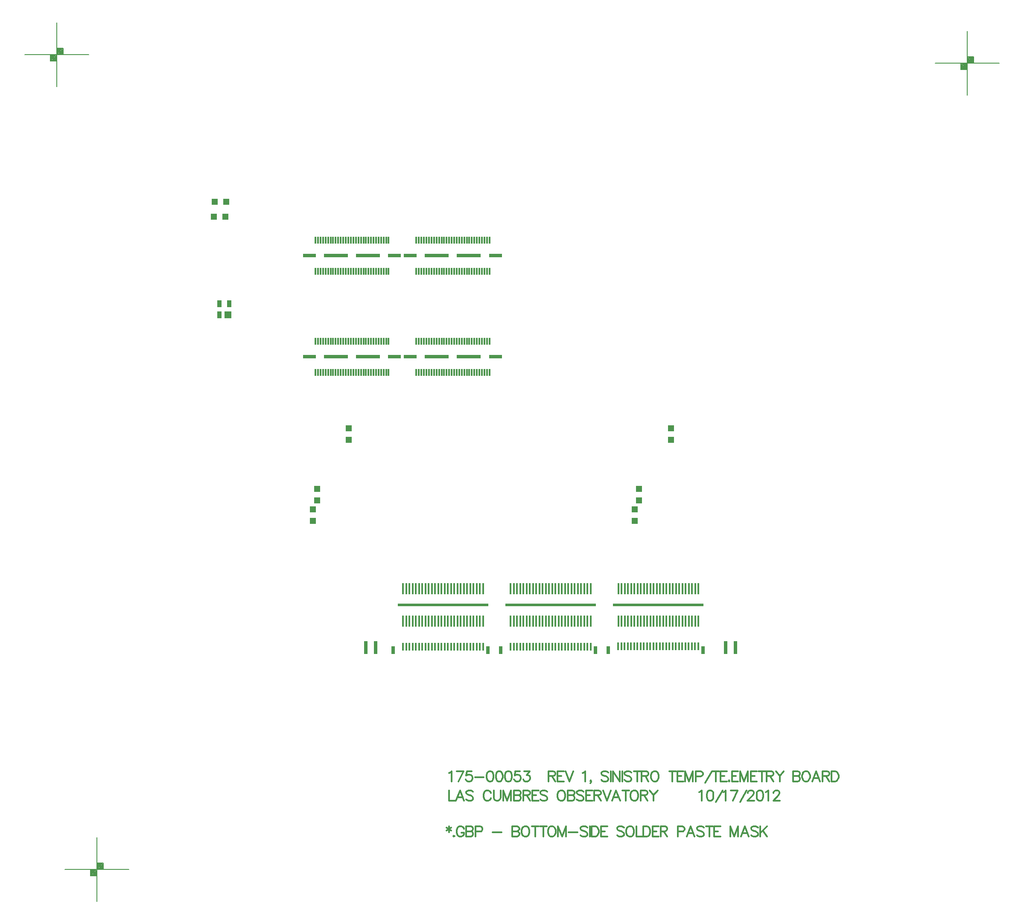
<source format=gbp>
%FSLAX23Y23*%
%MOIN*%
G70*
G01*
G75*
G04 Layer_Color=128*
%ADD10R,0.050X0.050*%
%ADD11R,0.045X0.017*%
%ADD12R,0.050X0.050*%
%ADD13R,0.048X0.078*%
%ADD14R,0.078X0.048*%
%ADD15R,0.100X0.100*%
%ADD16R,0.272X0.268*%
%ADD17R,0.075X0.037*%
%ADD18R,0.037X0.035*%
%ADD19R,0.037X0.035*%
%ADD20R,0.036X0.036*%
%ADD21R,0.070X0.135*%
%ADD22R,0.135X0.070*%
%ADD23O,0.098X0.028*%
%ADD24R,0.065X0.012*%
%ADD25R,0.030X0.100*%
%ADD26R,0.014X0.060*%
%ADD27R,0.031X0.060*%
%ADD28R,0.100X0.100*%
%ADD29C,0.005*%
%ADD30C,0.025*%
%ADD31C,0.008*%
%ADD32C,0.010*%
%ADD33C,0.050*%
%ADD34C,0.006*%
%ADD35C,0.012*%
%ADD36C,0.012*%
%ADD37C,0.012*%
%ADD38C,0.100*%
%ADD39C,0.065*%
%ADD40C,0.116*%
%ADD41C,0.063*%
%ADD42C,0.059*%
%ADD43R,0.059X0.059*%
%ADD44C,0.157*%
%ADD45C,0.079*%
%ADD46R,0.059X0.059*%
%ADD47C,0.059*%
%ADD48C,0.020*%
%ADD49C,0.060*%
%ADD50R,0.060X0.060*%
%ADD51C,0.070*%
%ADD52C,0.039*%
%ADD53C,0.220*%
%ADD54C,0.050*%
%ADD55C,0.236*%
%ADD56C,0.030*%
%ADD57C,0.040*%
%ADD58C,0.103*%
%ADD59C,0.080*%
%ADD60C,0.168*%
%ADD61C,0.075*%
%ADD62C,0.131*%
%ADD63C,0.076*%
%ADD64C,0.075*%
G04:AMPARAMS|DCode=65|XSize=95.433mil|YSize=95.433mil|CornerRadius=0mil|HoleSize=0mil|Usage=FLASHONLY|Rotation=0.000|XOffset=0mil|YOffset=0mil|HoleType=Round|Shape=Relief|Width=10mil|Gap=10mil|Entries=4|*
%AMTHD65*
7,0,0,0.095,0.075,0.010,45*
%
%ADD65THD65*%
G04:AMPARAMS|DCode=66|XSize=90mil|YSize=90mil|CornerRadius=0mil|HoleSize=0mil|Usage=FLASHONLY|Rotation=0.000|XOffset=0mil|YOffset=0mil|HoleType=Round|Shape=Relief|Width=10mil|Gap=10mil|Entries=4|*
%AMTHD66*
7,0,0,0.090,0.070,0.010,45*
%
%ADD66THD66*%
%ADD67C,0.080*%
%ADD68C,0.206*%
G04:AMPARAMS|DCode=69|XSize=85mil|YSize=85mil|CornerRadius=0mil|HoleSize=0mil|Usage=FLASHONLY|Rotation=0.000|XOffset=0mil|YOffset=0mil|HoleType=Round|Shape=Relief|Width=10mil|Gap=10mil|Entries=4|*
%AMTHD69*
7,0,0,0.085,0.065,0.010,45*
%
%ADD69THD69*%
%ADD70C,0.158*%
G04:AMPARAMS|DCode=71|XSize=70mil|YSize=70mil|CornerRadius=0mil|HoleSize=0mil|Usage=FLASHONLY|Rotation=0.000|XOffset=0mil|YOffset=0mil|HoleType=Round|Shape=Relief|Width=10mil|Gap=10mil|Entries=4|*
%AMTHD71*
7,0,0,0.070,0.050,0.010,45*
%
%ADD71THD71*%
%ADD72C,0.068*%
%ADD73C,0.055*%
G04:AMPARAMS|DCode=74|XSize=75mil|YSize=75mil|CornerRadius=0mil|HoleSize=0mil|Usage=FLASHONLY|Rotation=0.000|XOffset=0mil|YOffset=0mil|HoleType=Round|Shape=Relief|Width=10mil|Gap=10mil|Entries=4|*
%AMTHD74*
7,0,0,0.075,0.055,0.010,45*
%
%ADD74THD74*%
G04:AMPARAMS|DCode=75|XSize=123mil|YSize=123mil|CornerRadius=0mil|HoleSize=0mil|Usage=FLASHONLY|Rotation=0.000|XOffset=0mil|YOffset=0mil|HoleType=Round|Shape=Relief|Width=10mil|Gap=10mil|Entries=4|*
%AMTHD75*
7,0,0,0.123,0.103,0.010,45*
%
%ADD75THD75*%
G04:AMPARAMS|DCode=76|XSize=100mil|YSize=100mil|CornerRadius=0mil|HoleSize=0mil|Usage=FLASHONLY|Rotation=0.000|XOffset=0mil|YOffset=0mil|HoleType=Round|Shape=Relief|Width=10mil|Gap=10mil|Entries=4|*
%AMTHD76*
7,0,0,0.100,0.080,0.010,45*
%
%ADD76THD76*%
G04:AMPARAMS|DCode=77|XSize=150.551mil|YSize=150.551mil|CornerRadius=0mil|HoleSize=0mil|Usage=FLASHONLY|Rotation=0.000|XOffset=0mil|YOffset=0mil|HoleType=Round|Shape=Relief|Width=10mil|Gap=10mil|Entries=4|*
%AMTHD77*
7,0,0,0.151,0.131,0.010,45*
%
%ADD77THD77*%
G04:AMPARAMS|DCode=78|XSize=96.221mil|YSize=96.221mil|CornerRadius=0mil|HoleSize=0mil|Usage=FLASHONLY|Rotation=0.000|XOffset=0mil|YOffset=0mil|HoleType=Round|Shape=Relief|Width=10mil|Gap=10mil|Entries=4|*
%AMTHD78*
7,0,0,0.096,0.076,0.010,45*
%
%ADD78THD78*%
G04:AMPARAMS|DCode=79|XSize=88mil|YSize=88mil|CornerRadius=0mil|HoleSize=0mil|Usage=FLASHONLY|Rotation=0.000|XOffset=0mil|YOffset=0mil|HoleType=Round|Shape=Relief|Width=10mil|Gap=10mil|Entries=4|*
%AMTHD79*
7,0,0,0.088,0.068,0.010,45*
%
%ADD79THD79*%
%ADD80R,0.100X0.025*%
%ADD81R,0.012X0.057*%
%ADD82R,0.185X0.025*%
%ADD83R,0.035X0.053*%
%ADD84R,0.053X0.053*%
%ADD85R,0.709X0.020*%
%ADD86R,0.016X0.085*%
%ADD87C,0.010*%
%ADD88C,0.010*%
%ADD89C,0.008*%
%ADD90C,0.007*%
%ADD91R,0.170X0.118*%
%ADD92R,0.058X0.058*%
%ADD93R,0.053X0.025*%
%ADD94R,0.058X0.058*%
%ADD95R,0.056X0.086*%
%ADD96R,0.086X0.056*%
%ADD97R,0.108X0.108*%
%ADD98R,0.280X0.276*%
%ADD99R,0.083X0.045*%
%ADD100R,0.045X0.043*%
%ADD101R,0.045X0.043*%
%ADD102R,0.044X0.044*%
%ADD103R,0.078X0.143*%
%ADD104R,0.143X0.078*%
%ADD105O,0.106X0.036*%
%ADD106R,0.073X0.020*%
%ADD107R,0.038X0.108*%
%ADD108R,0.022X0.068*%
%ADD109R,0.039X0.068*%
%ADD110R,0.108X0.108*%
%ADD111C,0.108*%
%ADD112C,0.073*%
%ADD113C,0.124*%
%ADD114C,0.071*%
%ADD115C,0.067*%
%ADD116R,0.067X0.067*%
%ADD117C,0.165*%
%ADD118C,0.087*%
%ADD119R,0.067X0.067*%
%ADD120C,0.067*%
%ADD121C,0.028*%
%ADD122R,0.068X0.068*%
%ADD123C,0.078*%
%ADD124C,0.047*%
%ADD125C,0.228*%
%ADD126C,0.244*%
%ADD127C,0.058*%
%ADD128C,0.038*%
%ADD129R,0.429X1.174*%
%ADD130R,0.108X0.033*%
%ADD131R,0.016X0.061*%
%ADD132R,0.193X0.033*%
%ADD133R,0.043X0.061*%
%ADD134R,0.061X0.061*%
D10*
X56559Y35384D02*
D03*
Y35294D02*
D03*
X54045Y35384D02*
D03*
Y35294D02*
D03*
X56277Y34662D02*
D03*
Y34752D02*
D03*
X53763Y34662D02*
D03*
Y34752D02*
D03*
X56311Y34822D02*
D03*
Y34912D02*
D03*
X53797Y34822D02*
D03*
Y34912D02*
D03*
D12*
X53082Y37038D02*
D03*
X52992D02*
D03*
X53088Y37157D02*
D03*
X52998D02*
D03*
D25*
X57065Y33671D02*
D03*
X56986D02*
D03*
X54255Y33671D02*
D03*
X54176D02*
D03*
D26*
X55093Y33680D02*
D03*
X54468D02*
D03*
X56773Y33681D02*
D03*
X56748D02*
D03*
X56723D02*
D03*
X56698D02*
D03*
X56673D02*
D03*
X56648D02*
D03*
X56623D02*
D03*
X56598D02*
D03*
X56573D02*
D03*
X56548D02*
D03*
X56523D02*
D03*
X56498D02*
D03*
X56473D02*
D03*
X56448D02*
D03*
X56423D02*
D03*
X56398D02*
D03*
X56373D02*
D03*
X56348D02*
D03*
X56323D02*
D03*
X56298D02*
D03*
X56273D02*
D03*
X56248D02*
D03*
X56223D02*
D03*
X56198D02*
D03*
X56173D02*
D03*
X56148D02*
D03*
X55933Y33680D02*
D03*
X55908D02*
D03*
X55883D02*
D03*
X55858D02*
D03*
X55833D02*
D03*
X55808D02*
D03*
X55783D02*
D03*
X55758D02*
D03*
X55733D02*
D03*
X55708D02*
D03*
X55683D02*
D03*
X55658D02*
D03*
X55633D02*
D03*
X55608D02*
D03*
X55583D02*
D03*
X55558D02*
D03*
X55533D02*
D03*
X55508D02*
D03*
X55483D02*
D03*
X55458D02*
D03*
X55433D02*
D03*
X55408D02*
D03*
X55383D02*
D03*
X55358D02*
D03*
X55333D02*
D03*
X55308D02*
D03*
X55068D02*
D03*
X55043D02*
D03*
X55018D02*
D03*
X54993D02*
D03*
X54968D02*
D03*
X54943D02*
D03*
X54918D02*
D03*
X54893D02*
D03*
X54868D02*
D03*
X54843D02*
D03*
X54818D02*
D03*
X54793D02*
D03*
X54768D02*
D03*
X54743D02*
D03*
X54718D02*
D03*
X54693D02*
D03*
X54668D02*
D03*
X54643D02*
D03*
X54618D02*
D03*
X54593D02*
D03*
X54568D02*
D03*
X54543D02*
D03*
X54518D02*
D03*
X54493D02*
D03*
D27*
X54390Y33653D02*
D03*
X55130D02*
D03*
X55230D02*
D03*
X55970D02*
D03*
X56810D02*
D03*
X56070D02*
D03*
D31*
X58873Y37990D02*
Y38490D01*
X58623Y38240D02*
X59123D01*
X58823Y38190D02*
X58873D01*
X58823D02*
Y38240D01*
X58873Y38290D02*
X58923D01*
Y38240D02*
Y38290D01*
X58878Y38245D02*
Y38285D01*
X58918D01*
Y38245D02*
Y38285D01*
X58878Y38245D02*
X58918D01*
X58883Y38250D02*
Y38280D01*
X58913D01*
Y38250D02*
Y38280D01*
X58888Y38250D02*
X58913D01*
X58888Y38255D02*
Y38275D01*
X58908D01*
Y38255D02*
Y38275D01*
X58893Y38255D02*
X58908D01*
X58893Y38260D02*
Y38270D01*
X58903D01*
Y38260D02*
Y38270D01*
X58893Y38260D02*
X58903D01*
X58898D02*
Y38270D01*
X58828Y38195D02*
Y38235D01*
X58868D01*
Y38195D02*
Y38235D01*
X58828Y38195D02*
X58868D01*
X58833Y38200D02*
Y38230D01*
X58863D01*
Y38200D02*
Y38230D01*
X58838Y38200D02*
X58863D01*
X58838Y38205D02*
Y38225D01*
X58858D01*
Y38205D02*
Y38225D01*
X58843Y38205D02*
X58858D01*
X58843Y38210D02*
Y38220D01*
X58853D01*
Y38210D02*
Y38220D01*
X58843Y38210D02*
X58853D01*
X58848D02*
Y38220D01*
X51765Y38056D02*
Y38556D01*
X51515Y38306D02*
X52015D01*
X51715Y38256D02*
X51765D01*
X51715D02*
Y38306D01*
X51765Y38356D02*
X51815D01*
Y38306D02*
Y38356D01*
X51770Y38311D02*
Y38351D01*
X51810D01*
Y38311D02*
Y38351D01*
X51770Y38311D02*
X51810D01*
X51775Y38316D02*
Y38346D01*
X51805D01*
Y38316D02*
Y38346D01*
X51780Y38316D02*
X51805D01*
X51780Y38321D02*
Y38341D01*
X51800D01*
Y38321D02*
Y38341D01*
X51785Y38321D02*
X51800D01*
X51785Y38326D02*
Y38336D01*
X51795D01*
Y38326D02*
Y38336D01*
X51785Y38326D02*
X51795D01*
X51790D02*
Y38336D01*
X51720Y38261D02*
Y38301D01*
X51760D01*
Y38261D02*
Y38301D01*
X51720Y38261D02*
X51760D01*
X51725Y38266D02*
Y38296D01*
X51755D01*
Y38266D02*
Y38296D01*
X51730Y38266D02*
X51755D01*
X51730Y38271D02*
Y38291D01*
X51750D01*
Y38271D02*
Y38291D01*
X51735Y38271D02*
X51750D01*
X51735Y38276D02*
Y38286D01*
X51745D01*
Y38276D02*
Y38286D01*
X51735Y38276D02*
X51745D01*
X51740D02*
Y38286D01*
X52077Y31688D02*
Y32188D01*
X51827Y31938D02*
X52327D01*
X52027Y31888D02*
X52077D01*
X52027D02*
Y31938D01*
X52077Y31988D02*
X52127D01*
Y31938D02*
Y31988D01*
X52082Y31943D02*
Y31983D01*
X52122D01*
Y31943D02*
Y31983D01*
X52082Y31943D02*
X52122D01*
X52087Y31948D02*
Y31978D01*
X52117D01*
Y31948D02*
Y31978D01*
X52092Y31948D02*
X52117D01*
X52092Y31953D02*
Y31973D01*
X52112D01*
Y31953D02*
Y31973D01*
X52097Y31953D02*
X52112D01*
X52097Y31958D02*
Y31968D01*
X52107D01*
Y31958D02*
Y31968D01*
X52097Y31958D02*
X52107D01*
X52102D02*
Y31968D01*
X52032Y31893D02*
Y31933D01*
X52072D01*
Y31893D02*
Y31933D01*
X52032Y31893D02*
X52072D01*
X52037Y31898D02*
Y31928D01*
X52067D01*
Y31898D02*
Y31928D01*
X52042Y31898D02*
X52067D01*
X52042Y31903D02*
Y31923D01*
X52062D01*
Y31903D02*
Y31923D01*
X52047Y31903D02*
X52062D01*
X52047Y31908D02*
Y31918D01*
X52057D01*
Y31908D02*
Y31918D01*
X52047Y31908D02*
X52057D01*
X52052D02*
Y31918D01*
D36*
X54828Y32556D02*
Y32476D01*
X54874D01*
X54943D02*
X54913Y32556D01*
X54882Y32476D01*
X54894Y32503D02*
X54932D01*
X55015Y32545D02*
X55008Y32552D01*
X54996Y32556D01*
X54981D01*
X54970Y32552D01*
X54962Y32545D01*
Y32537D01*
X54966Y32529D01*
X54970Y32526D01*
X54977Y32522D01*
X55000Y32514D01*
X55008Y32510D01*
X55012Y32507D01*
X55015Y32499D01*
Y32487D01*
X55008Y32480D01*
X54996Y32476D01*
X54981D01*
X54970Y32480D01*
X54962Y32487D01*
X55153Y32537D02*
X55149Y32545D01*
X55142Y32552D01*
X55134Y32556D01*
X55119D01*
X55111Y32552D01*
X55104Y32545D01*
X55100Y32537D01*
X55096Y32526D01*
Y32507D01*
X55100Y32495D01*
X55104Y32487D01*
X55111Y32480D01*
X55119Y32476D01*
X55134D01*
X55142Y32480D01*
X55149Y32487D01*
X55153Y32495D01*
X55176Y32556D02*
Y32499D01*
X55180Y32487D01*
X55187Y32480D01*
X55199Y32476D01*
X55206D01*
X55218Y32480D01*
X55225Y32487D01*
X55229Y32499D01*
Y32556D01*
X55251D02*
Y32476D01*
Y32556D02*
X55282Y32476D01*
X55312Y32556D02*
X55282Y32476D01*
X55312Y32556D02*
Y32476D01*
X55335Y32556D02*
Y32476D01*
Y32556D02*
X55369D01*
X55381Y32552D01*
X55384Y32548D01*
X55388Y32541D01*
Y32533D01*
X55384Y32526D01*
X55381Y32522D01*
X55369Y32518D01*
X55335D02*
X55369D01*
X55381Y32514D01*
X55384Y32510D01*
X55388Y32503D01*
Y32491D01*
X55384Y32484D01*
X55381Y32480D01*
X55369Y32476D01*
X55335D01*
X55406Y32556D02*
Y32476D01*
Y32556D02*
X55440D01*
X55452Y32552D01*
X55456Y32548D01*
X55460Y32541D01*
Y32533D01*
X55456Y32526D01*
X55452Y32522D01*
X55440Y32518D01*
X55406D01*
X55433D02*
X55460Y32476D01*
X55527Y32556D02*
X55477D01*
Y32476D01*
X55527D01*
X55477Y32518D02*
X55508D01*
X55594Y32545D02*
X55586Y32552D01*
X55575Y32556D01*
X55559D01*
X55548Y32552D01*
X55540Y32545D01*
Y32537D01*
X55544Y32529D01*
X55548Y32526D01*
X55555Y32522D01*
X55578Y32514D01*
X55586Y32510D01*
X55590Y32507D01*
X55594Y32499D01*
Y32487D01*
X55586Y32480D01*
X55575Y32476D01*
X55559D01*
X55548Y32480D01*
X55540Y32487D01*
X55697Y32556D02*
X55690Y32552D01*
X55682Y32545D01*
X55678Y32537D01*
X55674Y32526D01*
Y32507D01*
X55678Y32495D01*
X55682Y32487D01*
X55690Y32480D01*
X55697Y32476D01*
X55712D01*
X55720Y32480D01*
X55728Y32487D01*
X55731Y32495D01*
X55735Y32507D01*
Y32526D01*
X55731Y32537D01*
X55728Y32545D01*
X55720Y32552D01*
X55712Y32556D01*
X55697D01*
X55754D02*
Y32476D01*
Y32556D02*
X55788D01*
X55800Y32552D01*
X55803Y32548D01*
X55807Y32541D01*
Y32533D01*
X55803Y32526D01*
X55800Y32522D01*
X55788Y32518D01*
X55754D02*
X55788D01*
X55800Y32514D01*
X55803Y32510D01*
X55807Y32503D01*
Y32491D01*
X55803Y32484D01*
X55800Y32480D01*
X55788Y32476D01*
X55754D01*
X55878Y32545D02*
X55871Y32552D01*
X55859Y32556D01*
X55844D01*
X55833Y32552D01*
X55825Y32545D01*
Y32537D01*
X55829Y32529D01*
X55833Y32526D01*
X55840Y32522D01*
X55863Y32514D01*
X55871Y32510D01*
X55875Y32507D01*
X55878Y32499D01*
Y32487D01*
X55871Y32480D01*
X55859Y32476D01*
X55844D01*
X55833Y32480D01*
X55825Y32487D01*
X55946Y32556D02*
X55896D01*
Y32476D01*
X55946D01*
X55896Y32518D02*
X55927D01*
X55959Y32556D02*
Y32476D01*
Y32556D02*
X55993D01*
X56005Y32552D01*
X56009Y32548D01*
X56013Y32541D01*
Y32533D01*
X56009Y32526D01*
X56005Y32522D01*
X55993Y32518D01*
X55959D01*
X55986D02*
X56013Y32476D01*
X56030Y32556D02*
X56061Y32476D01*
X56091Y32556D02*
X56061Y32476D01*
X56163D02*
X56132Y32556D01*
X56102Y32476D01*
X56113Y32503D02*
X56151D01*
X56208Y32556D02*
Y32476D01*
X56181Y32556D02*
X56235D01*
X56267D02*
X56259Y32552D01*
X56252Y32545D01*
X56248Y32537D01*
X56244Y32526D01*
Y32507D01*
X56248Y32495D01*
X56252Y32487D01*
X56259Y32480D01*
X56267Y32476D01*
X56282D01*
X56290Y32480D01*
X56297Y32487D01*
X56301Y32495D01*
X56305Y32507D01*
Y32526D01*
X56301Y32537D01*
X56297Y32545D01*
X56290Y32552D01*
X56282Y32556D01*
X56267D01*
X56324D02*
Y32476D01*
Y32556D02*
X56358D01*
X56369Y32552D01*
X56373Y32548D01*
X56377Y32541D01*
Y32533D01*
X56373Y32526D01*
X56369Y32522D01*
X56358Y32518D01*
X56324D01*
X56350D02*
X56377Y32476D01*
X56395Y32556D02*
X56425Y32518D01*
Y32476D01*
X56456Y32556D02*
X56425Y32518D01*
X56780Y32541D02*
X56788Y32545D01*
X56799Y32556D01*
Y32476D01*
X56862Y32556D02*
X56850Y32552D01*
X56843Y32541D01*
X56839Y32522D01*
Y32510D01*
X56843Y32491D01*
X56850Y32480D01*
X56862Y32476D01*
X56869D01*
X56881Y32480D01*
X56889Y32491D01*
X56892Y32510D01*
Y32522D01*
X56889Y32541D01*
X56881Y32552D01*
X56869Y32556D01*
X56862D01*
X56910Y32465D02*
X56964Y32556D01*
X56969Y32541D02*
X56977Y32545D01*
X56988Y32556D01*
Y32476D01*
X57081Y32556D02*
X57043Y32476D01*
X57028Y32556D02*
X57081D01*
X57099Y32465D02*
X57152Y32556D01*
X57161Y32537D02*
Y32541D01*
X57165Y32548D01*
X57169Y32552D01*
X57176Y32556D01*
X57192D01*
X57199Y32552D01*
X57203Y32548D01*
X57207Y32541D01*
Y32533D01*
X57203Y32526D01*
X57196Y32514D01*
X57157Y32476D01*
X57211D01*
X57252Y32556D02*
X57240Y32552D01*
X57232Y32541D01*
X57229Y32522D01*
Y32510D01*
X57232Y32491D01*
X57240Y32480D01*
X57252Y32476D01*
X57259D01*
X57271Y32480D01*
X57278Y32491D01*
X57282Y32510D01*
Y32522D01*
X57278Y32541D01*
X57271Y32552D01*
X57259Y32556D01*
X57252D01*
X57300Y32541D02*
X57307Y32545D01*
X57319Y32556D01*
Y32476D01*
X57362Y32537D02*
Y32541D01*
X57366Y32548D01*
X57370Y32552D01*
X57378Y32556D01*
X57393D01*
X57400Y32552D01*
X57404Y32548D01*
X57408Y32541D01*
Y32533D01*
X57404Y32526D01*
X57397Y32514D01*
X57359Y32476D01*
X57412D01*
D37*
X54826Y32275D02*
Y32230D01*
X54807Y32264D02*
X54845Y32241D01*
Y32264D02*
X54807Y32241D01*
X54865Y32203D02*
X54861Y32199D01*
X54865Y32196D01*
X54869Y32199D01*
X54865Y32203D01*
X54944Y32256D02*
X54940Y32264D01*
X54932Y32272D01*
X54925Y32275D01*
X54909D01*
X54902Y32272D01*
X54894Y32264D01*
X54890Y32256D01*
X54887Y32245D01*
Y32226D01*
X54890Y32215D01*
X54894Y32207D01*
X54902Y32199D01*
X54909Y32196D01*
X54925D01*
X54932Y32199D01*
X54940Y32207D01*
X54944Y32215D01*
Y32226D01*
X54925D02*
X54944D01*
X54962Y32275D02*
Y32196D01*
Y32275D02*
X54996D01*
X55008Y32272D01*
X55012Y32268D01*
X55015Y32260D01*
Y32253D01*
X55012Y32245D01*
X55008Y32241D01*
X54996Y32237D01*
X54962D02*
X54996D01*
X55008Y32234D01*
X55012Y32230D01*
X55015Y32222D01*
Y32211D01*
X55012Y32203D01*
X55008Y32199D01*
X54996Y32196D01*
X54962D01*
X55033Y32234D02*
X55068D01*
X55079Y32237D01*
X55083Y32241D01*
X55087Y32249D01*
Y32260D01*
X55083Y32268D01*
X55079Y32272D01*
X55068Y32275D01*
X55033D01*
Y32196D01*
X55167Y32230D02*
X55236D01*
X55322Y32275D02*
Y32196D01*
Y32275D02*
X55357D01*
X55368Y32272D01*
X55372Y32268D01*
X55376Y32260D01*
Y32253D01*
X55372Y32245D01*
X55368Y32241D01*
X55357Y32237D01*
X55322D02*
X55357D01*
X55368Y32234D01*
X55372Y32230D01*
X55376Y32222D01*
Y32211D01*
X55372Y32203D01*
X55368Y32199D01*
X55357Y32196D01*
X55322D01*
X55416Y32275D02*
X55409Y32272D01*
X55401Y32264D01*
X55397Y32256D01*
X55394Y32245D01*
Y32226D01*
X55397Y32215D01*
X55401Y32207D01*
X55409Y32199D01*
X55416Y32196D01*
X55432D01*
X55439Y32199D01*
X55447Y32207D01*
X55451Y32215D01*
X55454Y32226D01*
Y32245D01*
X55451Y32256D01*
X55447Y32264D01*
X55439Y32272D01*
X55432Y32275D01*
X55416D01*
X55500D02*
Y32196D01*
X55473Y32275D02*
X55526D01*
X55563D02*
Y32196D01*
X55536Y32275D02*
X55589D01*
X55622D02*
X55614Y32272D01*
X55606Y32264D01*
X55603Y32256D01*
X55599Y32245D01*
Y32226D01*
X55603Y32215D01*
X55606Y32207D01*
X55614Y32199D01*
X55622Y32196D01*
X55637D01*
X55645Y32199D01*
X55652Y32207D01*
X55656Y32215D01*
X55660Y32226D01*
Y32245D01*
X55656Y32256D01*
X55652Y32264D01*
X55645Y32272D01*
X55637Y32275D01*
X55622D01*
X55678D02*
Y32196D01*
Y32275D02*
X55709Y32196D01*
X55739Y32275D02*
X55709Y32196D01*
X55739Y32275D02*
Y32196D01*
X55762Y32230D02*
X55831D01*
X55908Y32264D02*
X55900Y32272D01*
X55889Y32275D01*
X55873D01*
X55862Y32272D01*
X55854Y32264D01*
Y32256D01*
X55858Y32249D01*
X55862Y32245D01*
X55870Y32241D01*
X55892Y32234D01*
X55900Y32230D01*
X55904Y32226D01*
X55908Y32218D01*
Y32207D01*
X55900Y32199D01*
X55889Y32196D01*
X55873D01*
X55862Y32199D01*
X55854Y32207D01*
X55926Y32275D02*
Y32196D01*
X55942Y32275D02*
Y32196D01*
Y32275D02*
X55969D01*
X55980Y32272D01*
X55988Y32264D01*
X55992Y32256D01*
X55996Y32245D01*
Y32226D01*
X55992Y32215D01*
X55988Y32207D01*
X55980Y32199D01*
X55969Y32196D01*
X55942D01*
X56063Y32275D02*
X56014D01*
Y32196D01*
X56063D01*
X56014Y32237D02*
X56044D01*
X56193Y32264D02*
X56185Y32272D01*
X56174Y32275D01*
X56158D01*
X56147Y32272D01*
X56139Y32264D01*
Y32256D01*
X56143Y32249D01*
X56147Y32245D01*
X56155Y32241D01*
X56177Y32234D01*
X56185Y32230D01*
X56189Y32226D01*
X56193Y32218D01*
Y32207D01*
X56185Y32199D01*
X56174Y32196D01*
X56158D01*
X56147Y32199D01*
X56139Y32207D01*
X56233Y32275D02*
X56226Y32272D01*
X56218Y32264D01*
X56214Y32256D01*
X56211Y32245D01*
Y32226D01*
X56214Y32215D01*
X56218Y32207D01*
X56226Y32199D01*
X56233Y32196D01*
X56249D01*
X56256Y32199D01*
X56264Y32207D01*
X56268Y32215D01*
X56271Y32226D01*
Y32245D01*
X56268Y32256D01*
X56264Y32264D01*
X56256Y32272D01*
X56249Y32275D01*
X56233D01*
X56290D02*
Y32196D01*
X56336D01*
X56345Y32275D02*
Y32196D01*
Y32275D02*
X56371D01*
X56383Y32272D01*
X56390Y32264D01*
X56394Y32256D01*
X56398Y32245D01*
Y32226D01*
X56394Y32215D01*
X56390Y32207D01*
X56383Y32199D01*
X56371Y32196D01*
X56345D01*
X56465Y32275D02*
X56416D01*
Y32196D01*
X56465D01*
X56416Y32237D02*
X56446D01*
X56479Y32275D02*
Y32196D01*
Y32275D02*
X56513D01*
X56524Y32272D01*
X56528Y32268D01*
X56532Y32260D01*
Y32253D01*
X56528Y32245D01*
X56524Y32241D01*
X56513Y32237D01*
X56479D01*
X56505D02*
X56532Y32196D01*
X56613Y32234D02*
X56647D01*
X56658Y32237D01*
X56662Y32241D01*
X56666Y32249D01*
Y32260D01*
X56662Y32268D01*
X56658Y32272D01*
X56647Y32275D01*
X56613D01*
Y32196D01*
X56745D02*
X56714Y32275D01*
X56684Y32196D01*
X56695Y32222D02*
X56733D01*
X56817Y32264D02*
X56809Y32272D01*
X56798Y32275D01*
X56783D01*
X56771Y32272D01*
X56764Y32264D01*
Y32256D01*
X56767Y32249D01*
X56771Y32245D01*
X56779Y32241D01*
X56802Y32234D01*
X56809Y32230D01*
X56813Y32226D01*
X56817Y32218D01*
Y32207D01*
X56809Y32199D01*
X56798Y32196D01*
X56783D01*
X56771Y32199D01*
X56764Y32207D01*
X56861Y32275D02*
Y32196D01*
X56835Y32275D02*
X56888D01*
X56947D02*
X56898D01*
Y32196D01*
X56947D01*
X56898Y32237D02*
X56928D01*
X57023Y32275D02*
Y32196D01*
Y32275D02*
X57054Y32196D01*
X57084Y32275D02*
X57054Y32196D01*
X57084Y32275D02*
Y32196D01*
X57168D02*
X57138Y32275D01*
X57107Y32196D01*
X57118Y32222D02*
X57157D01*
X57240Y32264D02*
X57232Y32272D01*
X57221Y32275D01*
X57206D01*
X57194Y32272D01*
X57187Y32264D01*
Y32256D01*
X57190Y32249D01*
X57194Y32245D01*
X57202Y32241D01*
X57225Y32234D01*
X57232Y32230D01*
X57236Y32226D01*
X57240Y32218D01*
Y32207D01*
X57232Y32199D01*
X57221Y32196D01*
X57206D01*
X57194Y32199D01*
X57187Y32207D01*
X57258Y32275D02*
Y32196D01*
X57311Y32275D02*
X57258Y32222D01*
X57277Y32241D02*
X57311Y32196D01*
X54828Y32691D02*
X54836Y32695D01*
X54847Y32706D01*
Y32626D01*
X54940Y32706D02*
X54902Y32626D01*
X54887Y32706D02*
X54940D01*
X55004D02*
X54966D01*
X54962Y32672D01*
X54966Y32676D01*
X54977Y32679D01*
X54988D01*
X55000Y32676D01*
X55007Y32668D01*
X55011Y32657D01*
Y32649D01*
X55007Y32638D01*
X55000Y32630D01*
X54988Y32626D01*
X54977D01*
X54966Y32630D01*
X54962Y32634D01*
X54958Y32641D01*
X55029Y32660D02*
X55098D01*
X55144Y32706D02*
X55133Y32702D01*
X55125Y32691D01*
X55121Y32672D01*
Y32660D01*
X55125Y32641D01*
X55133Y32630D01*
X55144Y32626D01*
X55152D01*
X55163Y32630D01*
X55171Y32641D01*
X55175Y32660D01*
Y32672D01*
X55171Y32691D01*
X55163Y32702D01*
X55152Y32706D01*
X55144D01*
X55215D02*
X55204Y32702D01*
X55196Y32691D01*
X55193Y32672D01*
Y32660D01*
X55196Y32641D01*
X55204Y32630D01*
X55215Y32626D01*
X55223D01*
X55234Y32630D01*
X55242Y32641D01*
X55246Y32660D01*
Y32672D01*
X55242Y32691D01*
X55234Y32702D01*
X55223Y32706D01*
X55215D01*
X55287D02*
X55275Y32702D01*
X55268Y32691D01*
X55264Y32672D01*
Y32660D01*
X55268Y32641D01*
X55275Y32630D01*
X55287Y32626D01*
X55294D01*
X55306Y32630D01*
X55313Y32641D01*
X55317Y32660D01*
Y32672D01*
X55313Y32691D01*
X55306Y32702D01*
X55294Y32706D01*
X55287D01*
X55381D02*
X55343D01*
X55339Y32672D01*
X55343Y32676D01*
X55354Y32679D01*
X55365D01*
X55377Y32676D01*
X55384Y32668D01*
X55388Y32657D01*
Y32649D01*
X55384Y32638D01*
X55377Y32630D01*
X55365Y32626D01*
X55354D01*
X55343Y32630D01*
X55339Y32634D01*
X55335Y32641D01*
X55414Y32706D02*
X55456D01*
X55433Y32676D01*
X55444D01*
X55452Y32672D01*
X55456Y32668D01*
X55460Y32657D01*
Y32649D01*
X55456Y32638D01*
X55448Y32630D01*
X55437Y32626D01*
X55425D01*
X55414Y32630D01*
X55410Y32634D01*
X55406Y32641D01*
X55603Y32706D02*
Y32626D01*
Y32706D02*
X55637D01*
X55649Y32702D01*
X55653Y32698D01*
X55656Y32691D01*
Y32683D01*
X55653Y32676D01*
X55649Y32672D01*
X55637Y32668D01*
X55603D01*
X55630D02*
X55656Y32626D01*
X55724Y32706D02*
X55674D01*
Y32626D01*
X55724D01*
X55674Y32668D02*
X55705D01*
X55737Y32706D02*
X55768Y32626D01*
X55798Y32706D02*
X55768Y32626D01*
X55871Y32691D02*
X55879Y32695D01*
X55890Y32706D01*
Y32626D01*
X55938Y32630D02*
X55934Y32626D01*
X55930Y32630D01*
X55934Y32634D01*
X55938Y32630D01*
Y32622D01*
X55934Y32615D01*
X55930Y32611D01*
X56071Y32695D02*
X56064Y32702D01*
X56052Y32706D01*
X56037D01*
X56025Y32702D01*
X56018Y32695D01*
Y32687D01*
X56022Y32679D01*
X56025Y32676D01*
X56033Y32672D01*
X56056Y32664D01*
X56064Y32660D01*
X56067Y32657D01*
X56071Y32649D01*
Y32638D01*
X56064Y32630D01*
X56052Y32626D01*
X56037D01*
X56025Y32630D01*
X56018Y32638D01*
X56089Y32706D02*
Y32626D01*
X56106Y32706D02*
Y32626D01*
Y32706D02*
X56159Y32626D01*
Y32706D02*
Y32626D01*
X56181Y32706D02*
Y32626D01*
X56251Y32695D02*
X56244Y32702D01*
X56232Y32706D01*
X56217D01*
X56206Y32702D01*
X56198Y32695D01*
Y32687D01*
X56202Y32679D01*
X56206Y32676D01*
X56213Y32672D01*
X56236Y32664D01*
X56244Y32660D01*
X56248Y32657D01*
X56251Y32649D01*
Y32638D01*
X56244Y32630D01*
X56232Y32626D01*
X56217D01*
X56206Y32630D01*
X56198Y32638D01*
X56296Y32706D02*
Y32626D01*
X56269Y32706D02*
X56323D01*
X56332D02*
Y32626D01*
Y32706D02*
X56366D01*
X56378Y32702D01*
X56382Y32698D01*
X56385Y32691D01*
Y32683D01*
X56382Y32676D01*
X56378Y32672D01*
X56366Y32668D01*
X56332D01*
X56359D02*
X56385Y32626D01*
X56426Y32706D02*
X56419Y32702D01*
X56411Y32695D01*
X56407Y32687D01*
X56403Y32676D01*
Y32657D01*
X56407Y32645D01*
X56411Y32638D01*
X56419Y32630D01*
X56426Y32626D01*
X56441D01*
X56449Y32630D01*
X56457Y32638D01*
X56460Y32645D01*
X56464Y32657D01*
Y32676D01*
X56460Y32687D01*
X56457Y32695D01*
X56449Y32702D01*
X56441Y32706D01*
X56426D01*
X56572D02*
Y32626D01*
X56546Y32706D02*
X56599D01*
X56658D02*
X56609D01*
Y32626D01*
X56658D01*
X56609Y32668D02*
X56639D01*
X56671Y32706D02*
Y32626D01*
Y32706D02*
X56702Y32626D01*
X56732Y32706D02*
X56702Y32626D01*
X56732Y32706D02*
Y32626D01*
X56755Y32664D02*
X56790D01*
X56801Y32668D01*
X56805Y32672D01*
X56809Y32679D01*
Y32691D01*
X56805Y32698D01*
X56801Y32702D01*
X56790Y32706D01*
X56755D01*
Y32626D01*
X56826Y32615D02*
X56880Y32706D01*
X56912D02*
Y32626D01*
X56885Y32706D02*
X56938D01*
X56997D02*
X56948D01*
Y32626D01*
X56997D01*
X56948Y32668D02*
X56978D01*
X57015Y32634D02*
X57011Y32630D01*
X57015Y32626D01*
X57018Y32630D01*
X57015Y32634D01*
X57085Y32706D02*
X57036D01*
Y32626D01*
X57085D01*
X57036Y32668D02*
X57066D01*
X57099Y32706D02*
Y32626D01*
Y32706D02*
X57129Y32626D01*
X57160Y32706D02*
X57129Y32626D01*
X57160Y32706D02*
Y32626D01*
X57232Y32706D02*
X57183D01*
Y32626D01*
X57232D01*
X57183Y32668D02*
X57213D01*
X57272Y32706D02*
Y32626D01*
X57245Y32706D02*
X57299D01*
X57308D02*
Y32626D01*
Y32706D02*
X57343D01*
X57354Y32702D01*
X57358Y32698D01*
X57362Y32691D01*
Y32683D01*
X57358Y32676D01*
X57354Y32672D01*
X57343Y32668D01*
X57308D01*
X57335D02*
X57362Y32626D01*
X57379Y32706D02*
X57410Y32668D01*
Y32626D01*
X57440Y32706D02*
X57410Y32668D01*
X57514Y32706D02*
Y32626D01*
Y32706D02*
X57548D01*
X57559Y32702D01*
X57563Y32698D01*
X57567Y32691D01*
Y32683D01*
X57563Y32676D01*
X57559Y32672D01*
X57548Y32668D01*
X57514D02*
X57548D01*
X57559Y32664D01*
X57563Y32660D01*
X57567Y32653D01*
Y32641D01*
X57563Y32634D01*
X57559Y32630D01*
X57548Y32626D01*
X57514D01*
X57608Y32706D02*
X57600Y32702D01*
X57592Y32695D01*
X57589Y32687D01*
X57585Y32676D01*
Y32657D01*
X57589Y32645D01*
X57592Y32638D01*
X57600Y32630D01*
X57608Y32626D01*
X57623D01*
X57630Y32630D01*
X57638Y32638D01*
X57642Y32645D01*
X57646Y32657D01*
Y32676D01*
X57642Y32687D01*
X57638Y32695D01*
X57630Y32702D01*
X57623Y32706D01*
X57608D01*
X57725Y32626D02*
X57695Y32706D01*
X57664Y32626D01*
X57676Y32653D02*
X57714D01*
X57744Y32706D02*
Y32626D01*
Y32706D02*
X57778D01*
X57790Y32702D01*
X57793Y32698D01*
X57797Y32691D01*
Y32683D01*
X57793Y32676D01*
X57790Y32672D01*
X57778Y32668D01*
X57744D01*
X57771D02*
X57797Y32626D01*
X57815Y32706D02*
Y32626D01*
Y32706D02*
X57842D01*
X57853Y32702D01*
X57861Y32695D01*
X57865Y32687D01*
X57869Y32676D01*
Y32657D01*
X57865Y32645D01*
X57861Y32638D01*
X57853Y32630D01*
X57842Y32626D01*
X57815D01*
D80*
X54402Y36734D02*
D03*
X54525D02*
D03*
X55190D02*
D03*
X53737D02*
D03*
X54402Y35944D02*
D03*
X54525D02*
D03*
X55190D02*
D03*
X53737D02*
D03*
D81*
X55143Y36855D02*
D03*
X55123D02*
D03*
X55103D02*
D03*
X55084D02*
D03*
X55064D02*
D03*
X55044D02*
D03*
X55025D02*
D03*
X55005D02*
D03*
X54985D02*
D03*
X54966D02*
D03*
X54946D02*
D03*
X54926D02*
D03*
X54907D02*
D03*
X54887D02*
D03*
X54867D02*
D03*
X54848D02*
D03*
X54828D02*
D03*
X54808D02*
D03*
X54788D02*
D03*
X54769D02*
D03*
X54749D02*
D03*
X54729D02*
D03*
X54710D02*
D03*
X54690D02*
D03*
X54670D02*
D03*
X54651D02*
D03*
X54631D02*
D03*
X54611D02*
D03*
X54592D02*
D03*
X54572D02*
D03*
X54355D02*
D03*
X54336D02*
D03*
X54316D02*
D03*
X54296D02*
D03*
X54277D02*
D03*
X54257D02*
D03*
X54237D02*
D03*
X54218D02*
D03*
X54198D02*
D03*
X54178D02*
D03*
X54159D02*
D03*
X54139D02*
D03*
X54119D02*
D03*
X54099D02*
D03*
X54080D02*
D03*
X54060D02*
D03*
X54040D02*
D03*
X54021D02*
D03*
X54001D02*
D03*
X53981D02*
D03*
X53962D02*
D03*
X53942D02*
D03*
X53922D02*
D03*
X53903D02*
D03*
X53883D02*
D03*
X53863D02*
D03*
X53844D02*
D03*
X53824D02*
D03*
X53804D02*
D03*
X53785D02*
D03*
X55143Y36612D02*
D03*
X55123D02*
D03*
X55103D02*
D03*
X55084D02*
D03*
X55064D02*
D03*
X55044D02*
D03*
X55025D02*
D03*
X55005D02*
D03*
X54985D02*
D03*
X54966D02*
D03*
X54946D02*
D03*
X54926D02*
D03*
X54907D02*
D03*
X54887D02*
D03*
X54867D02*
D03*
X54848D02*
D03*
X54828D02*
D03*
X54808D02*
D03*
X54788D02*
D03*
X54769D02*
D03*
X54749D02*
D03*
X54729D02*
D03*
X54710D02*
D03*
X54690D02*
D03*
X54670D02*
D03*
X54651D02*
D03*
X54631D02*
D03*
X54611D02*
D03*
X54592D02*
D03*
X54572D02*
D03*
X54355D02*
D03*
X54336D02*
D03*
X54316D02*
D03*
X54296D02*
D03*
X54277D02*
D03*
X54257D02*
D03*
X54237D02*
D03*
X54218D02*
D03*
X54198D02*
D03*
X54178D02*
D03*
X54159D02*
D03*
X54139D02*
D03*
X54119D02*
D03*
X54099D02*
D03*
X54080D02*
D03*
X54060D02*
D03*
X54040D02*
D03*
X54021D02*
D03*
X54001D02*
D03*
X53981D02*
D03*
X53962D02*
D03*
X53942D02*
D03*
X53922D02*
D03*
X53903D02*
D03*
X53883D02*
D03*
X53863D02*
D03*
X53844D02*
D03*
X53824D02*
D03*
X53804D02*
D03*
X53785D02*
D03*
X55143Y36065D02*
D03*
X55123D02*
D03*
X55103D02*
D03*
X55084D02*
D03*
X55064D02*
D03*
X55044D02*
D03*
X55025D02*
D03*
X55005D02*
D03*
X54985D02*
D03*
X54966D02*
D03*
X54946D02*
D03*
X54926D02*
D03*
X54907D02*
D03*
X54887D02*
D03*
X54867D02*
D03*
X54848D02*
D03*
X54828D02*
D03*
X54808D02*
D03*
X54788D02*
D03*
X54769D02*
D03*
X54749D02*
D03*
X54729D02*
D03*
X54710D02*
D03*
X54690D02*
D03*
X54670D02*
D03*
X54651D02*
D03*
X54631D02*
D03*
X54611D02*
D03*
X54592D02*
D03*
X54572D02*
D03*
X54355D02*
D03*
X54336D02*
D03*
X54316D02*
D03*
X54296D02*
D03*
X54277D02*
D03*
X54257D02*
D03*
X54237D02*
D03*
X54218D02*
D03*
X54198D02*
D03*
X54178D02*
D03*
X54159D02*
D03*
X54139D02*
D03*
X54119D02*
D03*
X54099D02*
D03*
X54080D02*
D03*
X54060D02*
D03*
X54040D02*
D03*
X54021D02*
D03*
X54001D02*
D03*
X53981D02*
D03*
X53962D02*
D03*
X53942D02*
D03*
X53922D02*
D03*
X53903D02*
D03*
X53883D02*
D03*
X53863D02*
D03*
X53844D02*
D03*
X53824D02*
D03*
X53804D02*
D03*
X53785D02*
D03*
X55143Y35822D02*
D03*
X55123D02*
D03*
X55103D02*
D03*
X55084D02*
D03*
X55064D02*
D03*
X55044D02*
D03*
X55025D02*
D03*
X55005D02*
D03*
X54985D02*
D03*
X54966D02*
D03*
X54946D02*
D03*
X54926D02*
D03*
X54907D02*
D03*
X54887D02*
D03*
X54867D02*
D03*
X54848D02*
D03*
X54828D02*
D03*
X54808D02*
D03*
X54788D02*
D03*
X54769D02*
D03*
X54749D02*
D03*
X54729D02*
D03*
X54710D02*
D03*
X54690D02*
D03*
X54670D02*
D03*
X54651D02*
D03*
X54631D02*
D03*
X54611D02*
D03*
X54592D02*
D03*
X54572D02*
D03*
X54355D02*
D03*
X54336D02*
D03*
X54316D02*
D03*
X54296D02*
D03*
X54277D02*
D03*
X54257D02*
D03*
X54237D02*
D03*
X54218D02*
D03*
X54198D02*
D03*
X54178D02*
D03*
X54159D02*
D03*
X54139D02*
D03*
X54119D02*
D03*
X54099D02*
D03*
X54080D02*
D03*
X54060D02*
D03*
X54040D02*
D03*
X54021D02*
D03*
X54001D02*
D03*
X53981D02*
D03*
X53962D02*
D03*
X53942D02*
D03*
X53922D02*
D03*
X53903D02*
D03*
X53883D02*
D03*
X53863D02*
D03*
X53844D02*
D03*
X53824D02*
D03*
X53804D02*
D03*
X53785D02*
D03*
D82*
X54982Y36734D02*
D03*
X54732D02*
D03*
X53945D02*
D03*
X54195D02*
D03*
X54982Y35944D02*
D03*
X54732D02*
D03*
X53945D02*
D03*
X54195D02*
D03*
D83*
X53035Y36271D02*
D03*
Y36358D02*
D03*
X53109D02*
D03*
D84*
X53102Y36271D02*
D03*
D85*
X56461Y34005D02*
D03*
X55621D02*
D03*
X54781D02*
D03*
D86*
X54668Y33878D02*
D03*
X54493D02*
D03*
X54668Y34133D02*
D03*
X54493D02*
D03*
X54893Y33878D02*
D03*
X54818D02*
D03*
X54743D02*
D03*
X54893Y34133D02*
D03*
X54818D02*
D03*
X54743D02*
D03*
X55308Y33878D02*
D03*
X55068D02*
D03*
X55308Y34133D02*
D03*
X55068D02*
D03*
X55533Y33878D02*
D03*
X55458D02*
D03*
X55383D02*
D03*
X55533Y34133D02*
D03*
X55458D02*
D03*
X55383D02*
D03*
X55933Y33878D02*
D03*
X55858D02*
D03*
X55783D02*
D03*
X55708D02*
D03*
X55933Y34133D02*
D03*
X55858D02*
D03*
X55783D02*
D03*
X55708D02*
D03*
X56174Y33878D02*
D03*
Y34133D02*
D03*
X56574Y33878D02*
D03*
X56499D02*
D03*
X56424D02*
D03*
X56349D02*
D03*
X56574Y34133D02*
D03*
X56499D02*
D03*
X56424D02*
D03*
X56349D02*
D03*
X56749Y33878D02*
D03*
Y34133D02*
D03*
X54468Y33878D02*
D03*
Y34133D02*
D03*
X54568Y33878D02*
D03*
X54543D02*
D03*
X54518D02*
D03*
X54568Y34133D02*
D03*
X54543D02*
D03*
X54518D02*
D03*
X54643Y33878D02*
D03*
X54618D02*
D03*
X54593D02*
D03*
X54643Y34133D02*
D03*
X54618D02*
D03*
X54593D02*
D03*
X54718Y33878D02*
D03*
X54693D02*
D03*
X54718Y34133D02*
D03*
X54693D02*
D03*
X54793Y33878D02*
D03*
X54768D02*
D03*
X54793Y34133D02*
D03*
X54768D02*
D03*
X54868Y33878D02*
D03*
X54843D02*
D03*
X54868Y34133D02*
D03*
X54843D02*
D03*
X54968Y33878D02*
D03*
X54943D02*
D03*
X54918D02*
D03*
X54968Y34133D02*
D03*
X54943D02*
D03*
X54918D02*
D03*
X55043Y33878D02*
D03*
X55018D02*
D03*
X54993D02*
D03*
X55043Y34133D02*
D03*
X55018D02*
D03*
X54993D02*
D03*
X55093Y33878D02*
D03*
Y34133D02*
D03*
X55358Y33878D02*
D03*
X55333D02*
D03*
X55358Y34133D02*
D03*
X55333D02*
D03*
X55433Y33878D02*
D03*
X55408D02*
D03*
X55433Y34133D02*
D03*
X55408D02*
D03*
X55508Y33878D02*
D03*
X55483D02*
D03*
X55508Y34133D02*
D03*
X55483D02*
D03*
X55608Y33878D02*
D03*
X55583D02*
D03*
X55558D02*
D03*
X55608Y34133D02*
D03*
X55583D02*
D03*
X55558D02*
D03*
X55683Y33878D02*
D03*
X55658D02*
D03*
X55633D02*
D03*
X55683Y34133D02*
D03*
X55658D02*
D03*
X55633D02*
D03*
X55758Y33878D02*
D03*
X55733D02*
D03*
X55758Y34133D02*
D03*
X55733D02*
D03*
X55833Y33878D02*
D03*
X55808D02*
D03*
X55833Y34133D02*
D03*
X55808D02*
D03*
X55908Y33878D02*
D03*
X55883D02*
D03*
X55908Y34133D02*
D03*
X55883D02*
D03*
X56149Y33878D02*
D03*
Y34133D02*
D03*
X56249Y33878D02*
D03*
X56224D02*
D03*
X56199D02*
D03*
X56249Y34133D02*
D03*
X56224D02*
D03*
X56199D02*
D03*
X56324Y33878D02*
D03*
X56299D02*
D03*
X56274D02*
D03*
X56324Y34133D02*
D03*
X56299D02*
D03*
X56274D02*
D03*
X56399Y33878D02*
D03*
X56374D02*
D03*
X56399Y34133D02*
D03*
X56374D02*
D03*
X56474Y33878D02*
D03*
X56449D02*
D03*
X56474Y34133D02*
D03*
X56449D02*
D03*
X56549Y33878D02*
D03*
X56524D02*
D03*
X56549Y34133D02*
D03*
X56524D02*
D03*
X56649Y33878D02*
D03*
X56624D02*
D03*
X56599D02*
D03*
X56649Y34133D02*
D03*
X56624D02*
D03*
X56599D02*
D03*
X56724Y33878D02*
D03*
X56699D02*
D03*
X56674D02*
D03*
X56724Y34133D02*
D03*
X56699D02*
D03*
X56674D02*
D03*
X56774Y33878D02*
D03*
Y34133D02*
D03*
M02*

</source>
